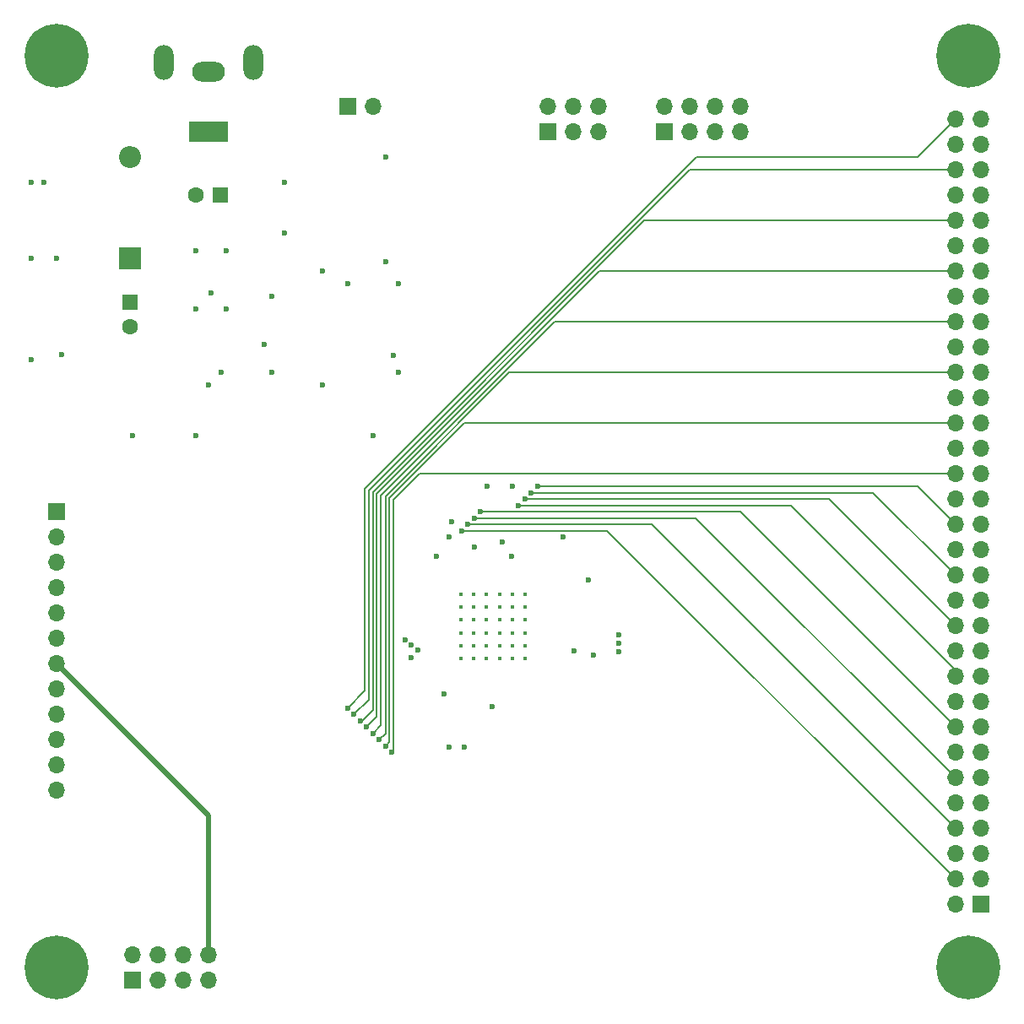
<source format=gbr>
%TF.GenerationSoftware,KiCad,Pcbnew,8.0.7-8.0.7-0~ubuntu22.04.1*%
%TF.CreationDate,2025-01-12T13:10:07-08:00*%
%TF.ProjectId,multichannelheaterdriver_amc7836,6d756c74-6963-4686-916e-6e656c686561,rev?*%
%TF.SameCoordinates,Original*%
%TF.FileFunction,Copper,L3,Inr*%
%TF.FilePolarity,Positive*%
%FSLAX46Y46*%
G04 Gerber Fmt 4.6, Leading zero omitted, Abs format (unit mm)*
G04 Created by KiCad (PCBNEW 8.0.7-8.0.7-0~ubuntu22.04.1) date 2025-01-12 13:10:07*
%MOMM*%
%LPD*%
G01*
G04 APERTURE LIST*
%TA.AperFunction,ComponentPad*%
%ADD10C,0.400000*%
%TD*%
%TA.AperFunction,ComponentPad*%
%ADD11R,1.700000X1.700000*%
%TD*%
%TA.AperFunction,ComponentPad*%
%ADD12O,1.700000X1.700000*%
%TD*%
%TA.AperFunction,ComponentPad*%
%ADD13R,2.200000X2.200000*%
%TD*%
%TA.AperFunction,ComponentPad*%
%ADD14O,2.200000X2.200000*%
%TD*%
%TA.AperFunction,ComponentPad*%
%ADD15C,6.400000*%
%TD*%
%TA.AperFunction,ComponentPad*%
%ADD16R,1.600000X1.600000*%
%TD*%
%TA.AperFunction,ComponentPad*%
%ADD17C,1.600000*%
%TD*%
%TA.AperFunction,ComponentPad*%
%ADD18R,4.000000X2.000000*%
%TD*%
%TA.AperFunction,ComponentPad*%
%ADD19O,3.300000X2.000000*%
%TD*%
%TA.AperFunction,ComponentPad*%
%ADD20O,2.000000X3.500000*%
%TD*%
%TA.AperFunction,ViaPad*%
%ADD21C,0.600000*%
%TD*%
%TA.AperFunction,Conductor*%
%ADD22C,0.500000*%
%TD*%
%TA.AperFunction,Conductor*%
%ADD23C,0.200000*%
%TD*%
G04 APERTURE END LIST*
D10*
%TO.N,GND*%
%TO.C,U1*%
X45630000Y-59040000D03*
X45630000Y-60340000D03*
X45630000Y-61640000D03*
X45630000Y-62940000D03*
X45630000Y-64240000D03*
X45630000Y-65540000D03*
X46930000Y-59040000D03*
X46930000Y-60340000D03*
X46930000Y-61640000D03*
X46930000Y-62940000D03*
X46930000Y-64240000D03*
X46930000Y-65540000D03*
X48230000Y-59040000D03*
X48230000Y-60340000D03*
X48230000Y-61640000D03*
X48230000Y-62940000D03*
X48230000Y-64240000D03*
X48230000Y-65540000D03*
X49530000Y-59040000D03*
X49530000Y-60340000D03*
X49530000Y-61640000D03*
X49530000Y-62940000D03*
X49530000Y-64240000D03*
X49530000Y-65540000D03*
X50830000Y-59040000D03*
X50830000Y-60340000D03*
X50830000Y-61640000D03*
X50830000Y-62940000D03*
X50830000Y-64240000D03*
X50830000Y-65540000D03*
X52130000Y-59040000D03*
X52130000Y-60340000D03*
X52130000Y-61640000D03*
X52130000Y-62940000D03*
X52130000Y-64240000D03*
X52130000Y-65540000D03*
%TD*%
D11*
%TO.N,GND*%
%TO.C,J5*%
X12700000Y-97790000D03*
D12*
%TO.N,+36V*%
X12700000Y-95250000D03*
%TO.N,GND*%
X15240000Y-97790000D03*
%TO.N,+10V*%
X15240000Y-95250000D03*
%TO.N,GND*%
X17780000Y-97790000D03*
%TO.N,+5V*%
X17780000Y-95250000D03*
%TO.N,GND*%
X20320000Y-97790000D03*
%TO.N,+3V3*%
X20320000Y-95250000D03*
%TD*%
D13*
%TO.N,+36V*%
%TO.C,D5*%
X12446000Y-25400000D03*
D14*
%TO.N,Net-(D5-A)*%
X12446000Y-15240000D03*
%TD*%
D15*
%TO.N,GND*%
%TO.C,H1*%
X5080000Y-5080000D03*
%TD*%
D16*
%TO.N,Net-(SW1-B)*%
%TO.C,C7*%
X21550000Y-19050000D03*
D17*
%TO.N,GND*%
X19050000Y-19050000D03*
%TD*%
D11*
%TO.N,GND*%
%TO.C,J4*%
X97790000Y-90170000D03*
D12*
%TO.N,/ADC15*%
X95250000Y-90170000D03*
%TO.N,GND*%
X97790000Y-87630000D03*
%TO.N,/DAC15*%
X95250000Y-87630000D03*
%TO.N,GND*%
X97790000Y-85090000D03*
%TO.N,/ADC14*%
X95250000Y-85090000D03*
%TO.N,GND*%
X97790000Y-82550000D03*
%TO.N,/DAC14*%
X95250000Y-82550000D03*
%TO.N,GND*%
X97790000Y-80010000D03*
%TO.N,/ADC13*%
X95250000Y-80010000D03*
%TO.N,GND*%
X97790000Y-77470000D03*
%TO.N,/DAC13*%
X95250000Y-77470000D03*
%TO.N,GND*%
X97790000Y-74930000D03*
%TO.N,/ADC12*%
X95250000Y-74930000D03*
%TO.N,GND*%
X97790000Y-72390000D03*
%TO.N,/DAC12*%
X95250000Y-72390000D03*
%TO.N,GND*%
X97790000Y-69850000D03*
%TO.N,/ADC11*%
X95250000Y-69850000D03*
%TO.N,GND*%
X97790000Y-67310000D03*
%TO.N,/DAC11*%
X95250000Y-67310000D03*
%TO.N,GND*%
X97790000Y-64770000D03*
%TO.N,/ADC10*%
X95250000Y-64770000D03*
%TO.N,GND*%
X97790000Y-62230000D03*
%TO.N,/DAC10*%
X95250000Y-62230000D03*
%TO.N,GND*%
X97790000Y-59690000D03*
%TO.N,/ADC9*%
X95250000Y-59690000D03*
%TO.N,GND*%
X97790000Y-57150000D03*
%TO.N,/DAC9*%
X95250000Y-57150000D03*
%TO.N,GND*%
X97790000Y-54610000D03*
%TO.N,/ADC8*%
X95250000Y-54610000D03*
%TO.N,GND*%
X97790000Y-52070000D03*
%TO.N,/DAC8*%
X95250000Y-52070000D03*
%TO.N,GND*%
X97790000Y-49530000D03*
%TO.N,/ADC7*%
X95250000Y-49530000D03*
%TO.N,GND*%
X97790000Y-46990000D03*
%TO.N,/DAC7*%
X95250000Y-46990000D03*
%TO.N,GND*%
X97790000Y-44450000D03*
%TO.N,/ADC6*%
X95250000Y-44450000D03*
%TO.N,GND*%
X97790000Y-41910000D03*
%TO.N,/DAC6*%
X95250000Y-41910000D03*
%TO.N,GND*%
X97790000Y-39370000D03*
%TO.N,/ADC5*%
X95250000Y-39370000D03*
%TO.N,GND*%
X97790000Y-36830000D03*
%TO.N,/DAC5*%
X95250000Y-36830000D03*
%TO.N,GND*%
X97790000Y-34290000D03*
%TO.N,/ADC4*%
X95250000Y-34290000D03*
%TO.N,GND*%
X97790000Y-31750000D03*
%TO.N,/DAC4*%
X95250000Y-31750000D03*
%TO.N,GND*%
X97790000Y-29210000D03*
%TO.N,/ADC3*%
X95250000Y-29210000D03*
%TO.N,GND*%
X97790000Y-26670000D03*
%TO.N,/DAC3*%
X95250000Y-26670000D03*
%TO.N,GND*%
X97790000Y-24130000D03*
%TO.N,/ADC2*%
X95250000Y-24130000D03*
%TO.N,GND*%
X97790000Y-21590000D03*
%TO.N,/DAC2*%
X95250000Y-21590000D03*
%TO.N,GND*%
X97790000Y-19050000D03*
%TO.N,/ADC1*%
X95250000Y-19050000D03*
%TO.N,GND*%
X97790000Y-16510000D03*
%TO.N,/DAC1*%
X95250000Y-16510000D03*
%TO.N,GND*%
X97790000Y-13970000D03*
%TO.N,/ADC0*%
X95250000Y-13970000D03*
%TO.N,GND*%
X97790000Y-11430000D03*
%TO.N,/DAC0*%
X95250000Y-11430000D03*
%TD*%
D15*
%TO.N,GND*%
%TO.C,H4*%
X96520000Y-96520000D03*
%TD*%
D11*
%TO.N,Net-(J2-Pin_1)*%
%TO.C,J2*%
X5080000Y-50800000D03*
D12*
%TO.N,Net-(J2-Pin_2)*%
X5080000Y-53340000D03*
%TO.N,Net-(J2-Pin_3)*%
X5080000Y-55880000D03*
%TO.N,Net-(J2-Pin_4)*%
X5080000Y-58420000D03*
%TO.N,Net-(J2-Pin_5)*%
X5080000Y-60960000D03*
%TO.N,GND*%
X5080000Y-63500000D03*
%TO.N,+3V3*%
X5080000Y-66040000D03*
%TO.N,+5V*%
X5080000Y-68580000D03*
%TO.N,Net-(J2-Pin_9)*%
X5080000Y-71120000D03*
%TO.N,Net-(J2-Pin_10)*%
X5080000Y-73660000D03*
%TO.N,Net-(J2-Pin_11)*%
X5080000Y-76200000D03*
%TO.N,Net-(J2-Pin_12)*%
X5080000Y-78740000D03*
%TD*%
D15*
%TO.N,GND*%
%TO.C,H3*%
X96520000Y-5080000D03*
%TD*%
D11*
%TO.N,Net-(J1-Pin_1)*%
%TO.C,J1*%
X66040000Y-12700000D03*
D12*
%TO.N,GND*%
X66040000Y-10160000D03*
%TO.N,Net-(J1-Pin_3)*%
X68580000Y-12700000D03*
%TO.N,GND*%
X68580000Y-10160000D03*
%TO.N,Net-(J1-Pin_5)*%
X71120000Y-12700000D03*
%TO.N,GND*%
X71120000Y-10160000D03*
%TO.N,Net-(J1-Pin_7)*%
X73660000Y-12700000D03*
%TO.N,GND*%
X73660000Y-10160000D03*
%TD*%
D15*
%TO.N,GND*%
%TO.C,H2*%
X5080000Y-96520000D03*
%TD*%
D11*
%TO.N,Net-(J3-Pin_1)*%
%TO.C,J3*%
X54420000Y-12700000D03*
D12*
%TO.N,GND*%
X54420000Y-10160000D03*
%TO.N,Net-(J3-Pin_3)*%
X56960000Y-12700000D03*
%TO.N,GND*%
X56960000Y-10160000D03*
%TO.N,Net-(J3-Pin_5)*%
X59500000Y-12700000D03*
%TO.N,GND*%
X59500000Y-10160000D03*
%TD*%
D18*
%TO.N,Net-(D5-A)*%
%TO.C,J7*%
X20320000Y-12700000D03*
D19*
%TO.N,GND*%
X20320000Y-6700000D03*
D20*
X24820000Y-5700000D03*
X15820000Y-5700000D03*
%TD*%
D16*
%TO.N,+36V*%
%TO.C,C8*%
X12446000Y-29758000D03*
D17*
%TO.N,GND*%
X12446000Y-32258000D03*
%TD*%
D11*
%TO.N,Net-(SW1-A)*%
%TO.C,SW1*%
X34285000Y-10160000D03*
D12*
%TO.N,Net-(SW1-B)*%
X36825000Y-10160000D03*
%TD*%
D21*
%TO.N,GND*%
X39370000Y-36830000D03*
X21590000Y-36830000D03*
X19050000Y-30480000D03*
X58420000Y-57658000D03*
X22100000Y-30480000D03*
X43180000Y-55290000D03*
X45974000Y-74422000D03*
X39370000Y-27940000D03*
X22098000Y-24638000D03*
X2540000Y-17780000D03*
X47030000Y-54356000D03*
X2540000Y-35560000D03*
X27940000Y-22860000D03*
X26670000Y-29210000D03*
X44704000Y-51816000D03*
X50759704Y-55251112D03*
X49784000Y-53848000D03*
X20575000Y-28805000D03*
X20320000Y-38100000D03*
X31750000Y-26670000D03*
X43942000Y-69088000D03*
X19050000Y-24638000D03*
X26670000Y-36830000D03*
X2540000Y-25400000D03*
X48768000Y-70358000D03*
X50800000Y-48260000D03*
X31750000Y-38100000D03*
%TO.N,+5V*%
X34290000Y-27940000D03*
X5080000Y-25400000D03*
X44450000Y-53340000D03*
X55880000Y-53340000D03*
%TO.N,+3V3*%
X25908000Y-34036000D03*
X5588000Y-35052000D03*
%TO.N,+10V*%
X44450000Y-74422000D03*
X38895000Y-35085000D03*
X38100000Y-25720000D03*
X48260000Y-48260000D03*
X38100000Y-15240000D03*
X3810000Y-17780000D03*
%TO.N,+36V*%
X12700000Y-43180000D03*
%TO.N,Net-(J3-Pin_1)*%
X61468000Y-64808003D03*
%TO.N,Net-(J3-Pin_5)*%
X61468000Y-63140000D03*
%TO.N,Net-(J3-Pin_3)*%
X61468000Y-64008000D03*
%TO.N,Net-(J1-Pin_1)*%
X40040000Y-63678528D03*
%TO.N,/DAC7*%
X38735000Y-74930000D03*
%TO.N,/DAC8*%
X53340000Y-48260000D03*
%TO.N,/DAC12*%
X47625000Y-50800000D03*
%TO.N,/DAC2*%
X35560000Y-71755000D03*
%TO.N,/DAC0*%
X34290000Y-70485000D03*
%TO.N,/DAC1*%
X34925000Y-71120000D03*
%TO.N,/DAC10*%
X52070000Y-49530000D03*
%TO.N,/DAC13*%
X46990000Y-51435000D03*
%TO.N,/DAC5*%
X37465000Y-73660000D03*
%TO.N,/DAC6*%
X38100000Y-74295000D03*
%TO.N,/DAC3*%
X36195000Y-72390000D03*
%TO.N,/DAC9*%
X52705000Y-48895000D03*
%TO.N,/DAC14*%
X46355000Y-52070000D03*
%TO.N,/DAC11*%
X51435000Y-50165000D03*
%TO.N,/DAC15*%
X45720000Y-52705000D03*
%TO.N,/DAC4*%
X36830000Y-73025000D03*
%TO.N,/36V_mon*%
X58928000Y-65186000D03*
X19050000Y-43180000D03*
%TO.N,/10V_mon*%
X36830000Y-43180000D03*
X57023000Y-64786000D03*
%TO.N,Net-(J1-Pin_3)*%
X40674135Y-64166254D03*
%TO.N,Net-(J1-Pin_7)*%
X40640000Y-65405000D03*
%TO.N,Net-(J1-Pin_5)*%
X41302359Y-64661571D03*
%TO.N,Net-(SW1-B)*%
X27940000Y-17780000D03*
%TD*%
D22*
%TO.N,+3V3*%
X5080000Y-66040000D02*
X20320000Y-81280000D01*
X20320000Y-81280000D02*
X20320000Y-95250000D01*
D23*
%TO.N,/DAC7*%
X38735000Y-74930000D02*
X38900000Y-74765000D01*
X38900000Y-74765000D02*
X38900000Y-49584116D01*
X41494116Y-46990000D02*
X95250000Y-46990000D01*
X38900000Y-49584116D02*
X41494116Y-46990000D01*
%TO.N,/DAC8*%
X91440000Y-48260000D02*
X53340000Y-48260000D01*
X95250000Y-52070000D02*
X91440000Y-48260000D01*
%TO.N,/DAC12*%
X73660000Y-50800000D02*
X47625000Y-50800000D01*
X95250000Y-72390000D02*
X73660000Y-50800000D01*
%TO.N,/DAC2*%
X36830000Y-48825686D02*
X36830000Y-70650686D01*
X64065686Y-21590000D02*
X36830000Y-48825686D01*
X35725686Y-71755000D02*
X35560000Y-71755000D01*
X36830000Y-70650686D02*
X35725686Y-71755000D01*
X95250000Y-21590000D02*
X64065686Y-21590000D01*
%TO.N,/DAC0*%
X69253654Y-15240000D02*
X36030000Y-48463654D01*
X95250000Y-11430000D02*
X91440000Y-15240000D01*
X36030000Y-68745000D02*
X34290000Y-70485000D01*
X91440000Y-15240000D02*
X69253654Y-15240000D01*
X36030000Y-48463654D02*
X36030000Y-68745000D01*
%TO.N,/DAC1*%
X68580000Y-16510000D02*
X36430000Y-48660000D01*
X36430000Y-69615000D02*
X34925000Y-71120000D01*
X36430000Y-48660000D02*
X36430000Y-69615000D01*
X95250000Y-16510000D02*
X68580000Y-16510000D01*
%TO.N,/DAC10*%
X82550000Y-49530000D02*
X95250000Y-62230000D01*
X52070000Y-49530000D02*
X82550000Y-49530000D01*
%TO.N,/DAC13*%
X69215000Y-51435000D02*
X46990000Y-51435000D01*
X95250000Y-77470000D02*
X69215000Y-51435000D01*
%TO.N,/DAC5*%
X50522744Y-36830000D02*
X38100000Y-49252744D01*
X38100000Y-49252744D02*
X38100000Y-73025000D01*
X95250000Y-36830000D02*
X50522744Y-36830000D01*
X38100000Y-73025000D02*
X37465000Y-73660000D01*
%TO.N,/DAC6*%
X38500000Y-49418430D02*
X38500000Y-73660000D01*
X38500000Y-73660000D02*
X38500000Y-73895000D01*
X38500000Y-73895000D02*
X38100000Y-74295000D01*
X46008430Y-41910000D02*
X38500000Y-49418430D01*
X95250000Y-41910000D02*
X46008430Y-41910000D01*
%TO.N,/DAC3*%
X95250000Y-26670000D02*
X59551372Y-26670000D01*
X37230000Y-48991372D02*
X37230000Y-71355000D01*
X37230000Y-71355000D02*
X36195000Y-72390000D01*
X59551372Y-26670000D02*
X37230000Y-48991372D01*
%TO.N,/DAC9*%
X86995000Y-48895000D02*
X52705000Y-48895000D01*
X95250000Y-57150000D02*
X86995000Y-48895000D01*
%TO.N,/DAC14*%
X64770000Y-52070000D02*
X46355000Y-52070000D01*
X95250000Y-82550000D02*
X64770000Y-52070000D01*
%TO.N,/DAC11*%
X51435000Y-50165000D02*
X78740000Y-50165000D01*
X78740000Y-50165000D02*
X95250000Y-66675000D01*
X95250000Y-66675000D02*
X95250000Y-67310000D01*
%TO.N,/DAC15*%
X60325000Y-52705000D02*
X45720000Y-52705000D01*
X95250000Y-87630000D02*
X60325000Y-52705000D01*
%TO.N,/DAC4*%
X95250000Y-31750000D02*
X55037058Y-31750000D01*
X37630000Y-72225000D02*
X36830000Y-73025000D01*
X37630000Y-49157058D02*
X37630000Y-72225000D01*
X55037058Y-31750000D02*
X37630000Y-49157058D01*
%TD*%
M02*

</source>
